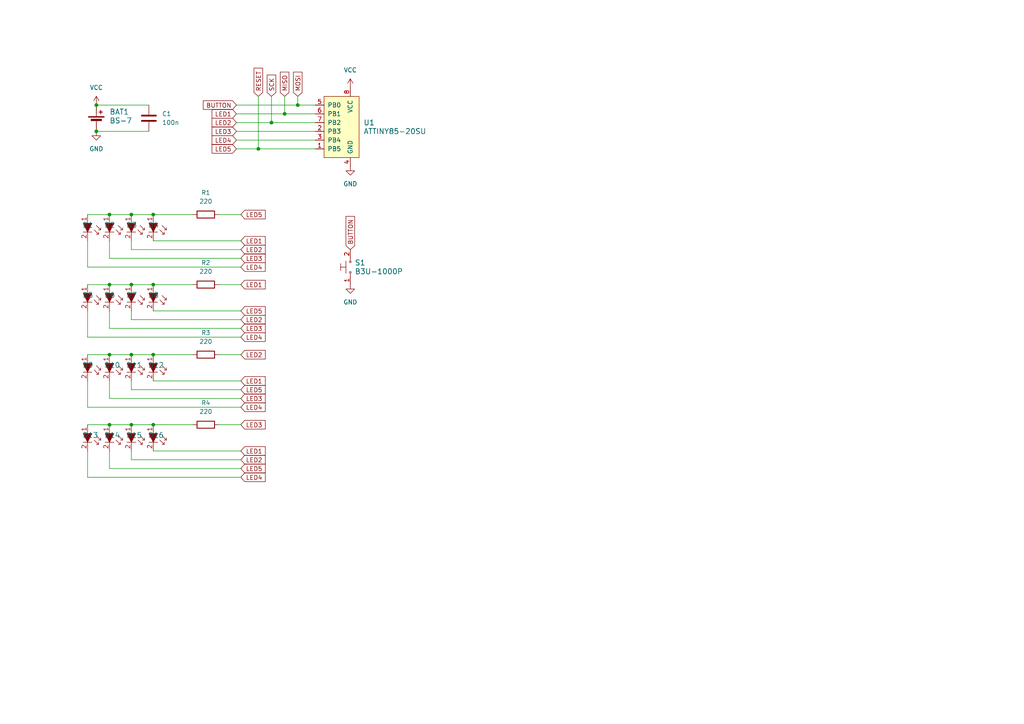
<source format=kicad_sch>
(kicad_sch (version 20231120) (generator "eeschema") (generator_version "8.0")
  (paper "A4")
  (lib_symbols
    (symbol "Device:Battery_Cell" (pin_numbers hide) (pin_names (offset 0) hide)
      (property "Reference" "BT" (at 2.54 2.54 0))
      (property "Value" "Battery_Cell" (at 2.54 0 0))
      (symbol "Battery_Cell_0_1"
        (rectangle (start -2.286 1.778) (end 2.286 1.524) (fill (type outline)))
        (rectangle (start -1.524 1.016) (end 1.524 0.508) (fill (type outline)))
        (polyline (pts (xy 0 0.762) (xy 0 0)))
        (polyline (pts (xy 0 1.778) (xy 0 2.54)))
        (polyline (pts (xy 0.762 3.048) (xy 1.778 3.048)) (stroke (width 0.254)))
        (polyline (pts (xy 1.27 3.556) (xy 1.27 2.54)) (stroke (width 0.254)))
      )
      (symbol "Battery_Cell_1_1"
        (pin passive line (at 0 5.08 270) (length 2.54) (name "+") (number "1"))
        (pin passive line (at 0 -2.54 90) (length 2.54) (name "-") (number "2"))
      )
    )
    (symbol "Device:C" (pin_numbers hide) (pin_names (offset 0.254))
      (property "Reference" "C" (at 0.635 2.54 0))
      (property "Value" "C" (at 0.635 -2.54 0))
      (symbol "C_0_1"
        (polyline (pts (xy -2.032 -0.762) (xy 2.032 -0.762)) (stroke (width 0.508)))
        (polyline (pts (xy -2.032 0.762) (xy 2.032 0.762)) (stroke (width 0.508)))
      )
      (symbol "C_1_1"
        (pin passive line (at 0 3.81 270) (length 2.794) (name "~") (number "1"))
        (pin passive line (at 0 -3.81 90) (length 2.794) (name "~") (number "2"))
      )
    )
    (symbol "Device:R" (pin_numbers hide) (pin_names (offset 0))
      (property "Reference" "R" (at 2.032 0 90))
      (property "Value" "R" (at 0 0 90))
      (symbol "R_0_1"
        (rectangle (start -1.016 -2.54) (end 1.016 2.54) (stroke (width 0.254)))
      )
      (symbol "R_1_1"
        (pin passive line (at 0 3.81 270) (length 1.27) (name "~") (number "1"))
        (pin passive line (at 0 -3.81 90) (length 1.27) (name "~") (number "2"))
      )
    )
    (symbol "dk_Embedded-Microcontrollers:ATTINY85-20SU" (pin_names (offset 1.016))
      (property "Reference" "U" (at -5.08 6.35 0))
      (property "Value" "ATTINY85-20SU" (at 6.35 5.08 90))
      (symbol "ATTINY85-20SU_0_1"
        (rectangle (start -5.08 5.08) (end 5.08 -12.7) (fill (type background)))
      )
      (symbol "ATTINY85-20SU_1_1"
        (pin bidirectional line (at -7.62 -10.16 0) (length 2.54) (name "PB5") (number "1"))
        (pin bidirectional line (at -7.62 -5.08 0) (length 2.54) (name "PB3") (number "2"))
        (pin bidirectional line (at -7.62 -7.62 0) (length 2.54) (name "PB4") (number "3"))
        (pin power_in line (at 2.54 -15.24 90) (length 2.54) (name "GND") (number "4"))
        (pin bidirectional line (at -7.62 2.54 0) (length 2.54) (name "PB0") (number "5"))
        (pin bidirectional line (at -7.62 0 0) (length 2.54) (name "PB1") (number "6"))
        (pin bidirectional line (at -7.62 -2.54 0) (length 2.54) (name "PB2") (number "7"))
        (pin power_in line (at 2.54 7.62 270) (length 2.54) (name "VCC") (number "8"))
      )
    )
    (symbol "dk_LED-Indication-Discrete:LH_R974-LP-1" (pin_names (offset 0))
      (property "Reference" "D" (at -3.81 3.81 0))
      (property "Value" "LH_R974-LP-1" (at -1.27 -3.81 0))
      (symbol "LH_R974-LP-1_0_1"
        (polyline (pts (xy -0.635 3.81) (xy -1.905 2.54)))
        (polyline (pts (xy 0 1.27) (xy 0 -1.27)))
        (polyline (pts (xy 0.635 3.175) (xy -0.635 1.905)))
        (polyline (pts (xy -1.27 3.81) (xy -0.635 3.81) (xy -0.635 3.175)))
        (polyline (pts (xy 0 3.175) (xy 0.635 3.175) (xy 0.635 2.54)))
        (polyline (pts (xy -2.54 1.27) (xy -2.54 -1.27) (xy 0 0) (xy -2.54 1.27)) (fill (type outline)))
      )
      (symbol "LH_R974-LP-1_1_1"
        (pin passive line (at -5.08 0 0) (length 2.54) (name "~") (number "1"))
        (pin passive line (at 2.54 0 180) (length 2.54) (name "~") (number "2"))
      )
    )
    (symbol "dk_Tactile-Switches:B3U-1000P" (pin_names (offset 1.016))
      (property "Reference" "S" (at 0 4.064 0))
      (property "Value" "B3U-1000P" (at 0 -2.54 0))
      (symbol "B3U-1000P_0_1"
        (circle (center -1.524 0) (radius 0.254))
        (polyline (pts (xy -2.54 0) (xy -1.778 0)))
        (polyline (pts (xy -1.778 1.27) (xy 1.778 1.27)))
        (polyline (pts (xy -1.016 2.794) (xy 1.016 2.794)))
        (polyline (pts (xy 0 1.27) (xy 0 2.794)))
        (polyline (pts (xy 2.54 0) (xy 1.778 0)))
        (circle (center 1.524 0) (radius 0.254))
      )
      (symbol "B3U-1000P_1_1"
        (pin passive line (at -5.08 0 0) (length 2.54) (name "~") (number "1"))
        (pin passive line (at 5.08 0 180) (length 2.54) (name "~") (number "2"))
      )
    )
    (symbol "power:GND" (power) (pin_numbers hide) (pin_names (offset 0) hide)
      (property "Value" "GND" (at 0 -3.81 0))
      (symbol "GND_0_1"
        (polyline (pts (xy 0 0) (xy 0 -1.27) (xy 1.27 -1.27) (xy 0 -2.54) (xy -1.27 -1.27) (xy 0 -1.27)))
      )
      (symbol "GND_1_1"
        (pin power_in line (at 0 0 270) (length 0) (name "~") (number "1"))
      )
    )
    (symbol "power:VCC" (power) (pin_numbers hide) (pin_names (offset 0) hide)
      (property "Value" "VCC" (at 0 3.556 0))
      (symbol "VCC_0_1"
        (polyline (pts (xy -0.762 1.27) (xy 0 2.54)))
        (polyline (pts (xy 0 0) (xy 0 2.54)))
        (polyline (pts (xy 0 2.54) (xy 0.762 1.27)))
      )
      (symbol "VCC_1_1"
        (pin power_in line (at 0 0 90) (length 0) (name "~") (number "1"))
      )
    )
  )
  (junction (at 38.1 82.55))
  (junction (at 44.45 82.55))
  (junction (at 38.1 102.87))
  (junction (at 31.75 102.87))
  (junction (at 38.1 123.19))
  (junction (at 44.45 123.19))
  (junction (at 44.45 102.87))
  (junction (at 38.1 62.23))
  (junction (at 82.55 33.02))
  (junction (at 44.45 62.23))
  (junction (at 86.36 30.48))
  (junction (at 27.94 30.48))
  (junction (at 31.75 62.23))
  (junction (at 31.75 123.19))
  (junction (at 31.75 82.55))
  (junction (at 27.94 38.1))
  (junction (at 74.93 43.18))
  (junction (at 78.74 35.56))
  (wire (pts (xy 25.4 130.81) (xy 25.4 138.43)))
  (wire (pts (xy 38.1 72.39) (xy 69.85 72.39)))
  (wire (pts (xy 44.45 102.87) (xy 55.88 102.87)))
  (wire (pts (xy 82.55 33.02) (xy 82.55 27.94)))
  (wire (pts (xy 38.1 113.03) (xy 69.85 113.03)))
  (wire (pts (xy 68.58 30.48) (xy 86.36 30.48)))
  (wire (pts (xy 68.58 38.1) (xy 91.44 38.1)))
  (wire (pts (xy 31.75 102.87) (xy 38.1 102.87)))
  (wire (pts (xy 69.85 90.17) (xy 44.45 90.17)))
  (wire (pts (xy 25.4 77.47) (xy 69.85 77.47)))
  (wire (pts (xy 82.55 33.02) (xy 91.44 33.02)))
  (wire (pts (xy 25.4 97.79) (xy 69.85 97.79)))
  (wire (pts (xy 78.74 35.56) (xy 91.44 35.56)))
  (wire (pts (xy 25.4 123.19) (xy 31.75 123.19)))
  (wire (pts (xy 74.93 43.18) (xy 74.93 27.94)))
  (wire (pts (xy 69.85 69.85) (xy 44.45 69.85)))
  (wire (pts (xy 31.75 74.93) (xy 31.75 69.85)))
  (wire (pts (xy 63.5 102.87) (xy 69.85 102.87)))
  (wire (pts (xy 44.45 123.19) (xy 55.88 123.19)))
  (wire (pts (xy 31.75 95.25) (xy 31.75 90.17)))
  (wire (pts (xy 31.75 115.57) (xy 69.85 115.57)))
  (wire (pts (xy 38.1 62.23) (xy 44.45 62.23)))
  (wire (pts (xy 68.58 33.02) (xy 82.55 33.02)))
  (wire (pts (xy 27.94 38.1) (xy 43.18 38.1)))
  (wire (pts (xy 38.1 133.35) (xy 69.85 133.35)))
  (wire (pts (xy 31.75 62.23) (xy 38.1 62.23)))
  (wire (pts (xy 69.85 130.81) (xy 44.45 130.81)))
  (wire (pts (xy 63.5 62.23) (xy 69.85 62.23)))
  (wire (pts (xy 31.75 95.25) (xy 69.85 95.25)))
  (wire (pts (xy 38.1 92.71) (xy 69.85 92.71)))
  (wire (pts (xy 38.1 123.19) (xy 44.45 123.19)))
  (wire (pts (xy 25.4 102.87) (xy 31.75 102.87)))
  (wire (pts (xy 63.5 123.19) (xy 69.85 123.19)))
  (wire (pts (xy 44.45 62.23) (xy 55.88 62.23)))
  (wire (pts (xy 69.85 110.49) (xy 44.45 110.49)))
  (wire (pts (xy 38.1 82.55) (xy 44.45 82.55)))
  (wire (pts (xy 25.4 110.49) (xy 25.4 118.11)))
  (wire (pts (xy 31.75 74.93) (xy 69.85 74.93)))
  (wire (pts (xy 25.4 90.17) (xy 25.4 97.79)))
  (wire (pts (xy 31.75 115.57) (xy 31.75 110.49)))
  (wire (pts (xy 27.94 30.48) (xy 43.18 30.48)))
  (wire (pts (xy 91.44 43.18) (xy 74.93 43.18)))
  (wire (pts (xy 31.75 135.89) (xy 31.75 130.81)))
  (wire (pts (xy 86.36 30.48) (xy 86.36 27.94)))
  (wire (pts (xy 38.1 90.17) (xy 38.1 92.71)))
  (wire (pts (xy 38.1 102.87) (xy 44.45 102.87)))
  (wire (pts (xy 25.4 118.11) (xy 69.85 118.11)))
  (wire (pts (xy 38.1 130.81) (xy 38.1 133.35)))
  (wire (pts (xy 68.58 43.18) (xy 74.93 43.18)))
  (wire (pts (xy 68.58 40.64) (xy 91.44 40.64)))
  (wire (pts (xy 86.36 30.48) (xy 91.44 30.48)))
  (wire (pts (xy 44.45 82.55) (xy 55.88 82.55)))
  (wire (pts (xy 25.4 82.55) (xy 31.75 82.55)))
  (wire (pts (xy 31.75 135.89) (xy 69.85 135.89)))
  (wire (pts (xy 31.75 123.19) (xy 38.1 123.19)))
  (wire (pts (xy 25.4 62.23) (xy 31.75 62.23)))
  (wire (pts (xy 25.4 138.43) (xy 69.85 138.43)))
  (wire (pts (xy 68.58 35.56) (xy 78.74 35.56)))
  (wire (pts (xy 78.74 35.56) (xy 78.74 27.94)))
  (wire (pts (xy 31.75 82.55) (xy 38.1 82.55)))
  (wire (pts (xy 63.5 82.55) (xy 69.85 82.55)))
  (wire (pts (xy 25.4 69.85) (xy 25.4 77.47)))
  (wire (pts (xy 38.1 110.49) (xy 38.1 113.03)))
  (wire (pts (xy 38.1 69.85) (xy 38.1 72.39)))
  (global_label "LED3" (shape input) (at 69.85 115.57 0) (property "Intersheetrefs" "${INTERSHEET_REFS}" (effects (hide yes))))
  (global_label "LED2" (shape input) (at 68.58 35.56 180) (property "Intersheetrefs" "${INTERSHEET_REFS}" (effects (hide yes))))
  (global_label "LED4" (shape input) (at 69.85 77.47 0) (property "Intersheetrefs" "${INTERSHEET_REFS}" (effects (hide yes))))
  (global_label "LED5" (shape input) (at 69.85 62.23 0) (property "Intersheetrefs" "${INTERSHEET_REFS}" (effects (hide yes))))
  (global_label "LED1" (shape input) (at 69.85 69.85 0) (property "Intersheetrefs" "${INTERSHEET_REFS}" (effects (hide yes))))
  (global_label "LED1" (shape input) (at 69.85 110.49 0) (property "Intersheetrefs" "${INTERSHEET_REFS}" (effects (hide yes))))
  (global_label "LED1" (shape input) (at 68.58 33.02 180) (property "Intersheetrefs" "${INTERSHEET_REFS}" (effects (hide yes))))
  (global_label "RESET" (shape input) (at 74.93 27.94 90) (property "Intersheetrefs" "${INTERSHEET_REFS}" (effects (hide yes))))
  (global_label "LED3" (shape input) (at 69.85 123.19 0) (property "Intersheetrefs" "${INTERSHEET_REFS}" (effects (hide yes))))
  (global_label "MOSI" (shape input) (at 86.36 27.94 90) (property "Intersheetrefs" "${INTERSHEET_REFS}" (effects (hide yes))))
  (global_label "SCK" (shape input) (at 78.74 27.94 90) (property "Intersheetrefs" "${INTERSHEET_REFS}" (effects (hide yes))))
  (global_label "LED2" (shape input) (at 69.85 72.39 0) (property "Intersheetrefs" "${INTERSHEET_REFS}" (effects (hide yes))))
  (global_label "LED2" (shape input) (at 69.85 102.87 0) (property "Intersheetrefs" "${INTERSHEET_REFS}" (effects (hide yes))))
  (global_label "LED2" (shape input) (at 69.85 92.71 0) (property "Intersheetrefs" "${INTERSHEET_REFS}" (effects (hide yes))))
  (global_label "MISO" (shape input) (at 82.55 27.94 90) (property "Intersheetrefs" "${INTERSHEET_REFS}" (effects (hide yes))))
  (global_label "LED5" (shape input) (at 69.85 113.03 0) (property "Intersheetrefs" "${INTERSHEET_REFS}" (effects (hide yes))))
  (global_label "LED5" (shape input) (at 68.58 43.18 180) (property "Intersheetrefs" "${INTERSHEET_REFS}" (effects (hide yes))))
  (global_label "LED4" (shape input) (at 69.85 138.43 0) (property "Intersheetrefs" "${INTERSHEET_REFS}" (effects (hide yes))))
  (global_label "LED3" (shape input) (at 69.85 74.93 0) (property "Intersheetrefs" "${INTERSHEET_REFS}" (effects (hide yes))))
  (global_label "LED1" (shape input) (at 69.85 82.55 0) (property "Intersheetrefs" "${INTERSHEET_REFS}" (effects (hide yes))))
  (global_label "LED5" (shape input) (at 69.85 135.89 0) (property "Intersheetrefs" "${INTERSHEET_REFS}" (effects (hide yes))))
  (global_label "LED4" (shape input) (at 69.85 97.79 0) (property "Intersheetrefs" "${INTERSHEET_REFS}" (effects (hide yes))))
  (global_label "BUTTON" (shape input) (at 101.6 72.39 90) (property "Intersheetrefs" "${INTERSHEET_REFS}" (effects (hide yes))))
  (global_label "BUTTON" (shape input) (at 68.58 30.48 180) (property "Intersheetrefs" "${INTERSHEET_REFS}" (effects (hide yes))))
  (global_label "LED4" (shape input) (at 69.85 118.11 0) (property "Intersheetrefs" "${INTERSHEET_REFS}" (effects (hide yes))))
  (global_label "LED4" (shape input) (at 68.58 40.64 180) (property "Intersheetrefs" "${INTERSHEET_REFS}" (effects (hide yes))))
  (global_label "LED3" (shape input) (at 69.85 95.25 0) (property "Intersheetrefs" "${INTERSHEET_REFS}" (effects (hide yes))))
  (global_label "LED3" (shape input) (at 68.58 38.1 180) (property "Intersheetrefs" "${INTERSHEET_REFS}" (effects (hide yes))))
  (global_label "LED1" (shape input) (at 69.85 130.81 0) (property "Intersheetrefs" "${INTERSHEET_REFS}" (effects (hide yes))))
  (global_label "LED5" (shape input) (at 69.85 90.17 0) (property "Intersheetrefs" "${INTERSHEET_REFS}" (effects (hide yes))))
  (global_label "LED2" (shape input) (at 69.85 133.35 0) (property "Intersheetrefs" "${INTERSHEET_REFS}" (effects (hide yes))))
  (symbol (lib_id "Device:C") (at 43.18 34.29 180) (unit 1)
    (property "Reference" "C1" (at 46.99 33.0199 0) (effects (justify right)))
    (property "Value" "100n" (at 46.99 35.5599 0) (effects (justify right)))
    (property "Footprint" "Capacitor_SMD:C_0603_1608Metric" (effects (hide yes)))
    (property "Description" "Unpolarized capacitor" (effects (hide yes)))
  )
  (symbol (lib_id "dk_LED-Indication-Discrete:LH_R974-LP-1") (at 25.4 128.27 270) (unit 1)
    (property "Reference" "D13" (at 23.876 126.238 90) (effects (font (size 1.524 1.524)) (justify left)))
    (property "Value" "LH_R974-LP-1" (effects (hide yes)))
    (property "Footprint" "digikey-footprints:0805" (effects (hide yes)))
    (property "Datasheet" "https://dammedia.osram.info/media/resource/hires/osram-dam-2493888/LH%20R974.pdf" (effects (hide yes)))
    (property "Description" "LED RED DIFFUSED 0805 SMD" (effects (hide yes)))
    (property "Digi-Key_PN" "475-1415-1-ND" (effects (hide yes)))
    (property "MPN" "LH R974-LP-1" (effects (hide yes)))
    (property "Category" "Optoelectronics" (effects (hide yes)))
    (property "Family" "LED Indication - Discrete" (effects (hide yes)))
    (property "DK_Datasheet_Link" "https://dammedia.osram.info/media/resource/hires/osram-dam-2493888/LH%20R974.pdf" (effects (hide yes)))
    (property "DK_Detail_Page" "/product-detail/en/osram-opto-semiconductors-inc/LH-R974-LP-1/475-1415-1-ND/1802604" (effects (hide yes)))
    (property "Description_1" "LED RED DIFFUSED 0805 SMD" (effects (hide yes)))
    (property "Manufacturer" "OSRAM Opto Semiconductors Inc." (effects (hide yes)))
    (property "Status" "Active" (effects (hide yes)))
  )
  (symbol (lib_id "dk_LED-Indication-Discrete:LH_R974-LP-1") (at 38.1 107.95 270) (unit 1)
    (property "Reference" "D11" (at 36.576 105.918 90) (effects (font (size 1.524 1.524)) (justify left)))
    (property "Value" "LH_R974-LP-1" (effects (hide yes)))
    (property "Footprint" "digikey-footprints:0805" (effects (hide yes)))
    (property "Datasheet" "https://dammedia.osram.info/media/resource/hires/osram-dam-2493888/LH%20R974.pdf" (effects (hide yes)))
    (property "Description" "LED RED DIFFUSED 0805 SMD" (effects (hide yes)))
    (property "Digi-Key_PN" "475-1415-1-ND" (effects (hide yes)))
    (property "MPN" "LH R974-LP-1" (effects (hide yes)))
    (property "Category" "Optoelectronics" (effects (hide yes)))
    (property "Family" "LED Indication - Discrete" (effects (hide yes)))
    (property "DK_Datasheet_Link" "https://dammedia.osram.info/media/resource/hires/osram-dam-2493888/LH%20R974.pdf" (effects (hide yes)))
    (property "DK_Detail_Page" "/product-detail/en/osram-opto-semiconductors-inc/LH-R974-LP-1/475-1415-1-ND/1802604" (effects (hide yes)))
    (property "Description_1" "LED RED DIFFUSED 0805 SMD" (effects (hide yes)))
    (property "Manufacturer" "OSRAM Opto Semiconductors Inc." (effects (hide yes)))
    (property "Status" "Active" (effects (hide yes)))
  )
  (symbol (lib_id "dk_LED-Indication-Discrete:LH_R974-LP-1") (at 44.45 67.31 270) (unit 1)
    (property "Reference" "D4" (at 42.926 65.278 90) (effects (font (size 1.524 1.524)) (justify left)))
    (property "Value" "LH_R974-LP-1" (effects (hide yes)))
    (property "Footprint" "digikey-footprints:0805" (effects (hide yes)))
    (property "Datasheet" "https://dammedia.osram.info/media/resource/hires/osram-dam-2493888/LH%20R974.pdf" (effects (hide yes)))
    (property "Description" "LED RED DIFFUSED 0805 SMD" (effects (hide yes)))
    (property "Digi-Key_PN" "475-1415-1-ND" (effects (hide yes)))
    (property "MPN" "LH R974-LP-1" (effects (hide yes)))
    (property "Category" "Optoelectronics" (effects (hide yes)))
    (property "Family" "LED Indication - Discrete" (effects (hide yes)))
    (property "DK_Datasheet_Link" "https://dammedia.osram.info/media/resource/hires/osram-dam-2493888/LH%20R974.pdf" (effects (hide yes)))
    (property "DK_Detail_Page" "/product-detail/en/osram-opto-semiconductors-inc/LH-R974-LP-1/475-1415-1-ND/1802604" (effects (hide yes)))
    (property "Description_1" "LED RED DIFFUSED 0805 SMD" (effects (hide yes)))
    (property "Manufacturer" "OSRAM Opto Semiconductors Inc." (effects (hide yes)))
    (property "Status" "Active" (effects (hide yes)))
  )
  (symbol (lib_id "dk_LED-Indication-Discrete:LH_R974-LP-1") (at 31.75 107.95 270) (unit 1)
    (property "Reference" "D10" (at 30.226 105.918 90) (effects (font (size 1.524 1.524)) (justify left)))
    (property "Value" "LH_R974-LP-1" (effects (hide yes)))
    (property "Footprint" "digikey-footprints:0805" (effects (hide yes)))
    (property "Datasheet" "https://dammedia.osram.info/media/resource/hires/osram-dam-2493888/LH%20R974.pdf" (effects (hide yes)))
    (property "Description" "LED RED DIFFUSED 0805 SMD" (effects (hide yes)))
    (property "Digi-Key_PN" "475-1415-1-ND" (effects (hide yes)))
    (property "MPN" "LH R974-LP-1" (effects (hide yes)))
    (property "Category" "Optoelectronics" (effects (hide yes)))
    (property "Family" "LED Indication - Discrete" (effects (hide yes)))
    (property "DK_Datasheet_Link" "https://dammedia.osram.info/media/resource/hires/osram-dam-2493888/LH%20R974.pdf" (effects (hide yes)))
    (property "DK_Detail_Page" "/product-detail/en/osram-opto-semiconductors-inc/LH-R974-LP-1/475-1415-1-ND/1802604" (effects (hide yes)))
    (property "Description_1" "LED RED DIFFUSED 0805 SMD" (effects (hide yes)))
    (property "Manufacturer" "OSRAM Opto Semiconductors Inc." (effects (hide yes)))
    (property "Status" "Active" (effects (hide yes)))
  )
  (symbol (lib_id "Device:R") (at 59.69 102.87 90) (unit 1)
    (property "Reference" "R3" (at 59.69 96.52 90))
    (property "Value" "220" (at 59.69 99.06 90))
    (property "Footprint" "Resistor_SMD:R_0603_1608Metric" (effects (hide yes)))
    (property "Description" "Resistor" (effects (hide yes)))
  )
  (symbol (lib_id "dk_LED-Indication-Discrete:LH_R974-LP-1") (at 31.75 128.27 270) (unit 1)
    (property "Reference" "D14" (at 30.226 126.238 90) (effects (font (size 1.524 1.524)) (justify left)))
    (property "Value" "LH_R974-LP-1" (effects (hide yes)))
    (property "Footprint" "digikey-footprints:0805" (effects (hide yes)))
    (property "Datasheet" "https://dammedia.osram.info/media/resource/hires/osram-dam-2493888/LH%20R974.pdf" (effects (hide yes)))
    (property "Description" "LED RED DIFFUSED 0805 SMD" (effects (hide yes)))
    (property "Digi-Key_PN" "475-1415-1-ND" (effects (hide yes)))
    (property "MPN" "LH R974-LP-1" (effects (hide yes)))
    (property "Category" "Optoelectronics" (effects (hide yes)))
    (property "Family" "LED Indication - Discrete" (effects (hide yes)))
    (property "DK_Datasheet_Link" "https://dammedia.osram.info/media/resource/hires/osram-dam-2493888/LH%20R974.pdf" (effects (hide yes)))
    (property "DK_Detail_Page" "/product-detail/en/osram-opto-semiconductors-inc/LH-R974-LP-1/475-1415-1-ND/1802604" (effects (hide yes)))
    (property "Description_1" "LED RED DIFFUSED 0805 SMD" (effects (hide yes)))
    (property "Manufacturer" "OSRAM Opto Semiconductors Inc." (effects (hide yes)))
    (property "Status" "Active" (effects (hide yes)))
  )
  (symbol (lib_id "Device:Battery_Cell") (at 27.94 35.56 0) (unit 1)
    (property "Reference" "BAT1" (at 31.75 32.4484 0) (effects (font (size 1.524 1.524)) (justify left)))
    (property "Value" "BS-7" (at 31.75 34.9884 0) (effects (font (size 1.524 1.524)) (justify left)))
    (property "Footprint" "Battery:BatteryHolder_Keystone_3034_1x20mm" (effects (hide yes)))
    (property "Description" "Single-cell battery" (effects (hide yes)))
    (property "Digi-Key_PN" "BS-7-ND" (effects (hide yes)))
    (property "MPN" "BS-7" (effects (hide yes)))
    (property "Category" "Battery Products" (effects (hide yes)))
    (property "Family" "Battery Holders, Clips, Contacts" (effects (hide yes)))
    (property "DK_Datasheet_Link" "http://www.memoryprotectiondevices.com/datasheets/BS-7-datasheet.pdf" (effects (hide yes)))
    (property "DK_Detail_Page" "/product-detail/en/mpd-memory-protection-devices/BS-7/BS-7-ND/389447" (effects (hide yes)))
    (property "Description_1" "BATTERY HOLDER COIN 20MM PC PIN" (effects (hide yes)))
    (property "Manufacturer" "MPD (Memory Protection Devices)" (effects (hide yes)))
    (property "Status" "Active" (effects (hide yes)))
  )
  (symbol (lib_id "Device:R") (at 59.69 62.23 90) (unit 1)
    (property "Reference" "R1" (at 59.69 55.88 90))
    (property "Value" "220" (at 59.69 58.42 90))
    (property "Footprint" "Resistor_SMD:R_0603_1608Metric" (effects (hide yes)))
    (property "Description" "Resistor" (effects (hide yes)))
  )
  (symbol (lib_id "dk_LED-Indication-Discrete:LH_R974-LP-1") (at 38.1 67.31 270) (unit 1)
    (property "Reference" "D3" (at 36.576 65.278 90) (effects (font (size 1.524 1.524)) (justify left)))
    (property "Value" "LH_R974-LP-1" (effects (hide yes)))
    (property "Footprint" "digikey-footprints:0805" (effects (hide yes)))
    (property "Datasheet" "https://dammedia.osram.info/media/resource/hires/osram-dam-2493888/LH%20R974.pdf" (effects (hide yes)))
    (property "Description" "LED RED DIFFUSED 0805 SMD" (effects (hide yes)))
    (property "Digi-Key_PN" "475-1415-1-ND" (effects (hide yes)))
    (property "MPN" "LH R974-LP-1" (effects (hide yes)))
    (property "Category" "Optoelectronics" (effects (hide yes)))
    (property "Family" "LED Indication - Discrete" (effects (hide yes)))
    (property "DK_Datasheet_Link" "https://dammedia.osram.info/media/resource/hires/osram-dam-2493888/LH%20R974.pdf" (effects (hide yes)))
    (property "DK_Detail_Page" "/product-detail/en/osram-opto-semiconductors-inc/LH-R974-LP-1/475-1415-1-ND/1802604" (effects (hide yes)))
    (property "Description_1" "LED RED DIFFUSED 0805 SMD" (effects (hide yes)))
    (property "Manufacturer" "OSRAM Opto Semiconductors Inc." (effects (hide yes)))
    (property "Status" "Active" (effects (hide yes)))
  )
  (symbol (lib_id "dk_LED-Indication-Discrete:LH_R974-LP-1") (at 25.4 87.63 270) (unit 1)
    (property "Reference" "D5" (at 23.876 85.598 90) (effects (font (size 1.524 1.524)) (justify left)))
    (property "Value" "LH_R974-LP-1" (effects (hide yes)))
    (property "Footprint" "digikey-footprints:0805" (effects (hide yes)))
    (property "Datasheet" "https://dammedia.osram.info/media/resource/hires/osram-dam-2493888/LH%20R974.pdf" (effects (hide yes)))
    (property "Description" "LED RED DIFFUSED 0805 SMD" (effects (hide yes)))
    (property "Digi-Key_PN" "475-1415-1-ND" (effects (hide yes)))
    (property "MPN" "LH R974-LP-1" (effects (hide yes)))
    (property "Category" "Optoelectronics" (effects (hide yes)))
    (property "Family" "LED Indication - Discrete" (effects (hide yes)))
    (property "DK_Datasheet_Link" "https://dammedia.osram.info/media/resource/hires/osram-dam-2493888/LH%20R974.pdf" (effects (hide yes)))
    (property "DK_Detail_Page" "/product-detail/en/osram-opto-semiconductors-inc/LH-R974-LP-1/475-1415-1-ND/1802604" (effects (hide yes)))
    (property "Description_1" "LED RED DIFFUSED 0805 SMD" (effects (hide yes)))
    (property "Manufacturer" "OSRAM Opto Semiconductors Inc." (effects (hide yes)))
    (property "Status" "Active" (effects (hide yes)))
  )
  (symbol (lib_id "power:GND") (at 27.94 38.1 0) (unit 1)
    (property "Reference" "#PWR01" (effects (hide yes)))
    (property "Value" "GND" (at 27.94 43.18 0))
    (property "Description" "Power symbol creates a global label with name \"GND\" , ground" (effects (hide yes)))
  )
  (symbol (lib_id "dk_Embedded-Microcontrollers:ATTINY85-20SU") (at 99.06 33.02 0) (unit 1)
    (property "Reference" "U1" (at 105.41 35.5599 0) (effects (font (size 1.524 1.524)) (justify left)))
    (property "Value" "ATTINY85-20SU" (at 105.41 38.0999 0) (effects (font (size 1.524 1.524)) (justify left)))
    (property "Footprint" "digikey-footprints:SOIC-8_W5.3mm" (effects (hide yes)))
    (property "Datasheet" "http://www.microchip.com/mymicrochip/filehandler.aspx?ddocname=en589894" (effects (hide yes)))
    (property "Description" "IC MCU 8BIT 8KB FLASH 8SOIC" (effects (hide yes)))
    (property "Digi-Key_PN" "ATTINY85-20SU-ND" (effects (hide yes)))
    (property "MPN" "ATTINY85-20SU" (effects (hide yes)))
    (property "Category" "Integrated Circuits (ICs)" (effects (hide yes)))
    (property "Family" "Embedded - Microcontrollers" (effects (hide yes)))
    (property "DK_Datasheet_Link" "http://www.microchip.com/mymicrochip/filehandler.aspx?ddocname=en589894" (effects (hide yes)))
    (property "DK_Detail_Page" "/product-detail/en/microchip-technology/ATTINY85-20SU/ATTINY85-20SU-ND/735470" (effects (hide yes)))
    (property "Description_1" "IC MCU 8BIT 8KB FLASH 8SOIC" (effects (hide yes)))
    (property "Manufacturer" "Microchip Technology" (effects (hide yes)))
    (property "Status" "Active" (effects (hide yes)))
  )
  (symbol (lib_id "dk_LED-Indication-Discrete:LH_R974-LP-1") (at 44.45 87.63 270) (unit 1)
    (property "Reference" "D8" (at 42.926 85.598 90) (effects (font (size 1.524 1.524)) (justify left)))
    (property "Value" "LH_R974-LP-1" (effects (hide yes)))
    (property "Footprint" "digikey-footprints:0805" (effects (hide yes)))
    (property "Datasheet" "https://dammedia.osram.info/media/resource/hires/osram-dam-2493888/LH%20R974.pdf" (effects (hide yes)))
    (property "Description" "LED RED DIFFUSED 0805 SMD" (effects (hide yes)))
    (property "Digi-Key_PN" "475-1415-1-ND" (effects (hide yes)))
    (property "MPN" "LH R974-LP-1" (effects (hide yes)))
    (property "Category" "Optoelectronics" (effects (hide yes)))
    (property "Family" "LED Indication - Discrete" (effects (hide yes)))
    (property "DK_Datasheet_Link" "https://dammedia.osram.info/media/resource/hires/osram-dam-2493888/LH%20R974.pdf" (effects (hide yes)))
    (property "DK_Detail_Page" "/product-detail/en/osram-opto-semiconductors-inc/LH-R974-LP-1/475-1415-1-ND/1802604" (effects (hide yes)))
    (property "Description_1" "LED RED DIFFUSED 0805 SMD" (effects (hide yes)))
    (property "Manufacturer" "OSRAM Opto Semiconductors Inc." (effects (hide yes)))
    (property "Status" "Active" (effects (hide yes)))
  )
  (symbol (lib_id "power:GND") (at 101.6 48.26 0) (unit 1)
    (property "Reference" "#PWR02" (effects (hide yes)))
    (property "Value" "GND" (at 101.6 53.34 0))
    (property "Description" "Power symbol creates a global label with name \"GND\" , ground" (effects (hide yes)))
  )
  (symbol (lib_id "Device:R") (at 59.69 82.55 90) (unit 1)
    (property "Reference" "R2" (at 59.69 76.2 90))
    (property "Value" "220" (at 59.69 78.74 90))
    (property "Footprint" "Resistor_SMD:R_0603_1608Metric" (effects (hide yes)))
    (property "Description" "Resistor" (effects (hide yes)))
  )
  (symbol (lib_id "dk_LED-Indication-Discrete:LH_R974-LP-1") (at 25.4 67.31 270) (unit 1)
    (property "Reference" "D1" (at 23.876 65.278 90) (effects (font (size 1.524 1.524)) (justify left)))
    (property "Value" "LH_R974-LP-1" (effects (hide yes)))
    (property "Footprint" "digikey-footprints:0805" (effects (hide yes)))
    (property "Datasheet" "https://dammedia.osram.info/media/resource/hires/osram-dam-2493888/LH%20R974.pdf" (effects (hide yes)))
    (property "Description" "LED RED DIFFUSED 0805 SMD" (effects (hide yes)))
    (property "Digi-Key_PN" "475-1415-1-ND" (effects (hide yes)))
    (property "MPN" "LH R974-LP-1" (effects (hide yes)))
    (property "Category" "Optoelectronics" (effects (hide yes)))
    (property "Family" "LED Indication - Discrete" (effects (hide yes)))
    (property "DK_Datasheet_Link" "https://dammedia.osram.info/media/resource/hires/osram-dam-2493888/LH%20R974.pdf" (effects (hide yes)))
    (property "DK_Detail_Page" "/product-detail/en/osram-opto-semiconductors-inc/LH-R974-LP-1/475-1415-1-ND/1802604" (effects (hide yes)))
    (property "Description_1" "LED RED DIFFUSED 0805 SMD" (effects (hide yes)))
    (property "Manufacturer" "OSRAM Opto Semiconductors Inc." (effects (hide yes)))
    (property "Status" "Active" (effects (hide yes)))
  )
  (symbol (lib_id "dk_LED-Indication-Discrete:LH_R974-LP-1") (at 25.4 107.95 270) (unit 1)
    (property "Reference" "D9" (at 23.876 105.918 90) (effects (font (size 1.524 1.524)) (justify left)))
    (property "Value" "LH_R974-LP-1" (effects (hide yes)))
    (property "Footprint" "digikey-footprints:0805" (effects (hide yes)))
    (property "Datasheet" "https://dammedia.osram.info/media/resource/hires/osram-dam-2493888/LH%20R974.pdf" (effects (hide yes)))
    (property "Description" "LED RED DIFFUSED 0805 SMD" (effects (hide yes)))
    (property "Digi-Key_PN" "475-1415-1-ND" (effects (hide yes)))
    (property "MPN" "LH R974-LP-1" (effects (hide yes)))
    (property "Category" "Optoelectronics" (effects (hide yes)))
    (property "Family" "LED Indication - Discrete" (effects (hide yes)))
    (property "DK_Datasheet_Link" "https://dammedia.osram.info/media/resource/hires/osram-dam-2493888/LH%20R974.pdf" (effects (hide yes)))
    (property "DK_Detail_Page" "/product-detail/en/osram-opto-semiconductors-inc/LH-R974-LP-1/475-1415-1-ND/1802604" (effects (hide yes)))
    (property "Description_1" "LED RED DIFFUSED 0805 SMD" (effects (hide yes)))
    (property "Manufacturer" "OSRAM Opto Semiconductors Inc." (effects (hide yes)))
    (property "Status" "Active" (effects (hide yes)))
  )
  (symbol (lib_id "dk_Tactile-Switches:B3U-1000P") (at 101.6 77.47 90) (unit 1)
    (property "Reference" "S1" (at 102.87 76.1999 90) (effects (font (size 1.524 1.524)) (justify right)))
    (property "Value" "B3U-1000P" (at 102.87 78.7399 90) (effects (font (size 1.524 1.524)) (justify right)))
    (property "Footprint" "digikey-footprints:Switch_Tactile_SMD_B3U-1000P" (effects (hide yes)))
    (property "Datasheet" "https://omronfs.omron.com/en_US/ecb/products/pdf/en-b3u.pdf" (effects (hide yes)))
    (property "Description" "SWITCH TACTILE SPST-NO 0.05A 12V" (effects (hide yes)))
    (property "Digi-Key_PN" "SW1020CT-ND" (effects (hide yes)))
    (property "MPN" "B3U-1000P" (effects (hide yes)))
    (property "Category" "Switches" (effects (hide yes)))
    (property "Family" "Tactile Switches" (effects (hide yes)))
    (property "DK_Datasheet_Link" "https://omronfs.omron.com/en_US/ecb/products/pdf/en-b3u.pdf" (effects (hide yes)))
    (property "DK_Detail_Page" "/product-detail/en/omron-electronics-inc-emc-div/B3U-1000P/SW1020CT-ND/1534357" (effects (hide yes)))
    (property "Description_1" "SWITCH TACTILE SPST-NO 0.05A 12V" (effects (hide yes)))
    (property "Manufacturer" "Omron Electronics Inc-EMC Div" (effects (hide yes)))
    (property "Status" "Active" (effects (hide yes)))
  )
  (symbol (lib_id "dk_LED-Indication-Discrete:LH_R974-LP-1") (at 31.75 67.31 270) (unit 1)
    (property "Reference" "D2" (at 30.226 65.278 90) (effects (font (size 1.524 1.524)) (justify left)))
    (property "Value" "LH_R974-LP-1" (effects (hide yes)))
    (property "Footprint" "digikey-footprints:0805" (effects (hide yes)))
    (property "Datasheet" "https://dammedia.osram.info/media/resource/hires/osram-dam-2493888/LH%20R974.pdf" (effects (hide yes)))
    (property "Description" "LED RED DIFFUSED 0805 SMD" (effects (hide yes)))
    (property "Digi-Key_PN" "475-1415-1-ND" (effects (hide yes)))
    (property "MPN" "LH R974-LP-1" (effects (hide yes)))
    (property "Category" "Optoelectronics" (effects (hide yes)))
    (property "Family" "LED Indication - Discrete" (effects (hide yes)))
    (property "DK_Datasheet_Link" "https://dammedia.osram.info/media/resource/hires/osram-dam-2493888/LH%20R974.pdf" (effects (hide yes)))
    (property "DK_Detail_Page" "/product-detail/en/osram-opto-semiconductors-inc/LH-R974-LP-1/475-1415-1-ND/1802604" (effects (hide yes)))
    (property "Description_1" "LED RED DIFFUSED 0805 SMD" (effects (hide yes)))
    (property "Manufacturer" "OSRAM Opto Semiconductors Inc." (effects (hide yes)))
    (property "Status" "Active" (effects (hide yes)))
  )
  (symbol (lib_id "power:VCC") (at 101.6 25.4 0) (unit 1)
    (property "Reference" "#PWR05" (effects (hide yes)))
    (property "Value" "VCC" (at 101.6 20.32 0))
    (property "Description" "Power symbol creates a global label with name \"VCC\"" (effects (hide yes)))
  )
  (symbol (lib_id "dk_LED-Indication-Discrete:LH_R974-LP-1") (at 44.45 128.27 270) (unit 1)
    (property "Reference" "D16" (at 42.926 126.238 90) (effects (font (size 1.524 1.524)) (justify left)))
    (property "Value" "LH_R974-LP-1" (effects (hide yes)))
    (property "Footprint" "digikey-footprints:0805" (effects (hide yes)))
    (property "Datasheet" "https://dammedia.osram.info/media/resource/hires/osram-dam-2493888/LH%20R974.pdf" (effects (hide yes)))
    (property "Description" "LED RED DIFFUSED 0805 SMD" (effects (hide yes)))
    (property "Digi-Key_PN" "475-1415-1-ND" (effects (hide yes)))
    (property "MPN" "LH R974-LP-1" (effects (hide yes)))
    (property "Category" "Optoelectronics" (effects (hide yes)))
    (property "Family" "LED Indication - Discrete" (effects (hide yes)))
    (property "DK_Datasheet_Link" "https://dammedia.osram.info/media/resource/hires/osram-dam-2493888/LH%20R974.pdf" (effects (hide yes)))
    (property "DK_Detail_Page" "/product-detail/en/osram-opto-semiconductors-inc/LH-R974-LP-1/475-1415-1-ND/1802604" (effects (hide yes)))
    (property "Description_1" "LED RED DIFFUSED 0805 SMD" (effects (hide yes)))
    (property "Manufacturer" "OSRAM Opto Semiconductors Inc." (effects (hide yes)))
    (property "Status" "Active" (effects (hide yes)))
  )
  (symbol (lib_id "dk_LED-Indication-Discrete:LH_R974-LP-1") (at 44.45 107.95 270) (unit 1)
    (property "Reference" "D12" (at 42.926 105.918 90) (effects (font (size 1.524 1.524)) (justify left)))
    (property "Value" "LH_R974-LP-1" (effects (hide yes)))
    (property "Footprint" "digikey-footprints:0805" (effects (hide yes)))
    (property "Datasheet" "https://dammedia.osram.info/media/resource/hires/osram-dam-2493888/LH%20R974.pdf" (effects (hide yes)))
    (property "Description" "LED RED DIFFUSED 0805 SMD" (effects (hide yes)))
    (property "Digi-Key_PN" "475-1415-1-ND" (effects (hide yes)))
    (property "MPN" "LH R974-LP-1" (effects (hide yes)))
    (property "Category" "Optoelectronics" (effects (hide yes)))
    (property "Family" "LED Indication - Discrete" (effects (hide yes)))
    (property "DK_Datasheet_Link" "https://dammedia.osram.info/media/resource/hires/osram-dam-2493888/LH%20R974.pdf" (effects (hide yes)))
    (property "DK_Detail_Page" "/product-detail/en/osram-opto-semiconductors-inc/LH-R974-LP-1/475-1415-1-ND/1802604" (effects (hide yes)))
    (property "Description_1" "LED RED DIFFUSED 0805 SMD" (effects (hide yes)))
    (property "Manufacturer" "OSRAM Opto Semiconductors Inc." (effects (hide yes)))
    (property "Status" "Active" (effects (hide yes)))
  )
  (symbol (lib_id "power:VCC") (at 27.94 30.48 0) (unit 1)
    (property "Reference" "#PWR04" (effects (hide yes)))
    (property "Value" "VCC" (at 27.94 25.4 0))
    (property "Description" "Power symbol creates a global label with name \"VCC\"" (effects (hide yes)))
  )
  (symbol (lib_id "dk_LED-Indication-Discrete:LH_R974-LP-1") (at 38.1 87.63 270) (unit 1)
    (property "Reference" "D7" (at 36.576 85.598 90) (effects (font (size 1.524 1.524)) (justify left)))
    (property "Value" "LH_R974-LP-1" (effects (hide yes)))
    (property "Footprint" "digikey-footprints:0805" (effects (hide yes)))
    (property "Datasheet" "https://dammedia.osram.info/media/resource/hires/osram-dam-2493888/LH%20R974.pdf" (effects (hide yes)))
    (property "Description" "LED RED DIFFUSED 0805 SMD" (effects (hide yes)))
    (property "Digi-Key_PN" "475-1415-1-ND" (effects (hide yes)))
    (property "MPN" "LH R974-LP-1" (effects (hide yes)))
    (property "Category" "Optoelectronics" (effects (hide yes)))
    (property "Family" "LED Indication - Discrete" (effects (hide yes)))
    (property "DK_Datasheet_Link" "https://dammedia.osram.info/media/resource/hires/osram-dam-2493888/LH%20R974.pdf" (effects (hide yes)))
    (property "DK_Detail_Page" "/product-detail/en/osram-opto-semiconductors-inc/LH-R974-LP-1/475-1415-1-ND/1802604" (effects (hide yes)))
    (property "Description_1" "LED RED DIFFUSED 0805 SMD" (effects (hide yes)))
    (property "Manufacturer" "OSRAM Opto Semiconductors Inc." (effects (hide yes)))
    (property "Status" "Active" (effects (hide yes)))
  )
  (symbol (lib_id "Device:R") (at 59.69 123.19 90) (unit 1)
    (property "Reference" "R4" (at 59.69 116.84 90))
    (property "Value" "220" (at 59.69 119.38 90))
    (property "Footprint" "Resistor_SMD:R_0603_1608Metric" (effects (hide yes)))
    (property "Description" "Resistor" (effects (hide yes)))
  )
  (symbol (lib_id "dk_LED-Indication-Discrete:LH_R974-LP-1") (at 31.75 87.63 270) (unit 1)
    (property "Reference" "D6" (at 30.226 85.598 90) (effects (font (size 1.524 1.524)) (justify left)))
    (property "Value" "LH_R974-LP-1" (effects (hide yes)))
    (property "Footprint" "digikey-footprints:0805" (effects (hide yes)))
    (property "Datasheet" "https://dammedia.osram.info/media/resource/hires/osram-dam-2493888/LH%20R974.pdf" (effects (hide yes)))
    (property "Description" "LED RED DIFFUSED 0805 SMD" (effects (hide yes)))
    (property "Digi-Key_PN" "475-1415-1-ND" (effects (hide yes)))
    (property "MPN" "LH R974-LP-1" (effects (hide yes)))
    (property "Category" "Optoelectronics" (effects (hide yes)))
    (property "Family" "LED Indication - Discrete" (effects (hide yes)))
    (property "DK_Datasheet_Link" "https://dammedia.osram.info/media/resource/hires/osram-dam-2493888/LH%20R974.pdf" (effects (hide yes)))
    (property "DK_Detail_Page" "/product-detail/en/osram-opto-semiconductors-inc/LH-R974-LP-1/475-1415-1-ND/1802604" (effects (hide yes)))
    (property "Description_1" "LED RED DIFFUSED 0805 SMD" (effects (hide yes)))
    (property "Manufacturer" "OSRAM Opto Semiconductors Inc." (effects (hide yes)))
    (property "Status" "Active" (effects (hide yes)))
  )
  (symbol (lib_id "dk_LED-Indication-Discrete:LH_R974-LP-1") (at 38.1 128.27 270) (unit 1)
    (property "Reference" "D15" (at 36.576 126.238 90) (effects (font (size 1.524 1.524)) (justify left)))
    (property "Value" "LH_R974-LP-1" (effects (hide yes)))
    (property "Footprint" "digikey-footprints:0805" (effects (hide yes)))
    (property "Datasheet" "https://dammedia.osram.info/media/resource/hires/osram-dam-2493888/LH%20R974.pdf" (effects (hide yes)))
    (property "Description" "LED RED DIFFUSED 0805 SMD" (effects (hide yes)))
    (property "Digi-Key_PN" "475-1415-1-ND" (effects (hide yes)))
    (property "MPN" "LH R974-LP-1" (effects (hide yes)))
    (property "Category" "Optoelectronics" (effects (hide yes)))
    (property "Family" "LED Indication - Discrete" (effects (hide yes)))
    (property "DK_Datasheet_Link" "https://dammedia.osram.info/media/resource/hires/osram-dam-2493888/LH%20R974.pdf" (effects (hide yes)))
    (property "DK_Detail_Page" "/product-detail/en/osram-opto-semiconductors-inc/LH-R974-LP-1/475-1415-1-ND/1802604" (effects (hide yes)))
    (property "Description_1" "LED RED DIFFUSED 0805 SMD" (effects (hide yes)))
    (property "Manufacturer" "OSRAM Opto Semiconductors Inc." (effects (hide yes)))
    (property "Status" "Active" (effects (hide yes)))
  )
  (symbol (lib_id "power:GND") (at 101.6 82.55 0) (unit 1)
    (property "Reference" "#PWR012" (effects (hide yes)))
    (property "Value" "GND" (at 101.6 87.63 0))
    (property "Description" "Power symbol creates a global label with name \"GND\" , ground" (effects (hide yes)))
  )
)
</source>
